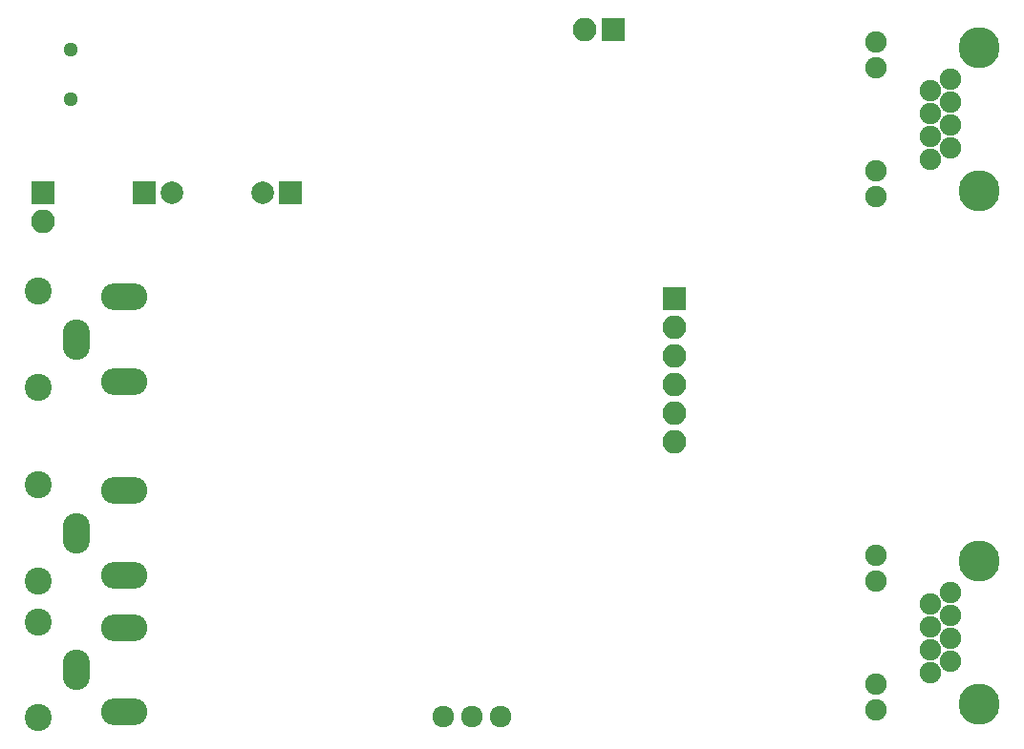
<source format=gbr>
G04 #@! TF.FileFunction,Soldermask,Bot*
%FSLAX46Y46*%
G04 Gerber Fmt 4.6, Leading zero omitted, Abs format (unit mm)*
G04 Created by KiCad (PCBNEW 4.0.6) date Sunday, 17 September 2017 'PMt' 18:01:33*
%MOMM*%
%LPD*%
G01*
G04 APERTURE LIST*
%ADD10C,0.100000*%
%ADD11R,2.100000X2.100000*%
%ADD12O,2.100000X2.100000*%
%ADD13C,1.924000*%
%ADD14R,2.000000X2.000000*%
%ADD15C,2.000000*%
%ADD16C,1.299160*%
%ADD17O,4.100000X2.400000*%
%ADD18O,2.398980X3.597860*%
%ADD19C,2.400000*%
%ADD20C,3.651200*%
%ADD21C,1.901140*%
G04 APERTURE END LIST*
D10*
D11*
X162000000Y-95380000D03*
D12*
X162000000Y-97920000D03*
X162000000Y-100460000D03*
X162000000Y-103000000D03*
X162000000Y-105540000D03*
X162000000Y-108080000D03*
D13*
X144040000Y-132500000D03*
X141500000Y-132500000D03*
X146580000Y-132500000D03*
D11*
X106000000Y-86000000D03*
D12*
X106000000Y-88540000D03*
D14*
X115000000Y-86000000D03*
D15*
X117500000Y-86000000D03*
D14*
X128000000Y-86000000D03*
D15*
X125500000Y-86000000D03*
D16*
X108500000Y-73250440D03*
X108500000Y-77649720D03*
D17*
X113208600Y-119924800D03*
D18*
X108958600Y-116174800D03*
D17*
X113208600Y-112424800D03*
D19*
X105583600Y-120424800D03*
X105583600Y-111924800D03*
D17*
X113234000Y-132066000D03*
D18*
X108984000Y-128316000D03*
D17*
X113234000Y-124566000D03*
D19*
X105609000Y-132566000D03*
X105609000Y-124066000D03*
D17*
X113250000Y-102750000D03*
D18*
X109000000Y-99000000D03*
D17*
X113250000Y-95250000D03*
D19*
X105625000Y-94750000D03*
X105625000Y-103250000D03*
D11*
X156540000Y-71500000D03*
D12*
X154000000Y-71500000D03*
D20*
X189000000Y-73150000D03*
X189000000Y-85850000D03*
D21*
X186460000Y-82040000D03*
X184682000Y-83056000D03*
X186460000Y-80008000D03*
X184682000Y-81024000D03*
X186460000Y-77976000D03*
X184682000Y-78992000D03*
X186460000Y-75944000D03*
X184682000Y-76960000D03*
X179856000Y-86358000D03*
X179856000Y-84072000D03*
X179856000Y-74928000D03*
X179856000Y-72642000D03*
D20*
X189000000Y-118650000D03*
X189000000Y-131350000D03*
D21*
X186460000Y-127540000D03*
X184682000Y-128556000D03*
X186460000Y-125508000D03*
X184682000Y-126524000D03*
X186460000Y-123476000D03*
X184682000Y-124492000D03*
X186460000Y-121444000D03*
X184682000Y-122460000D03*
X179856000Y-131858000D03*
X179856000Y-129572000D03*
X179856000Y-120428000D03*
X179856000Y-118142000D03*
M02*

</source>
